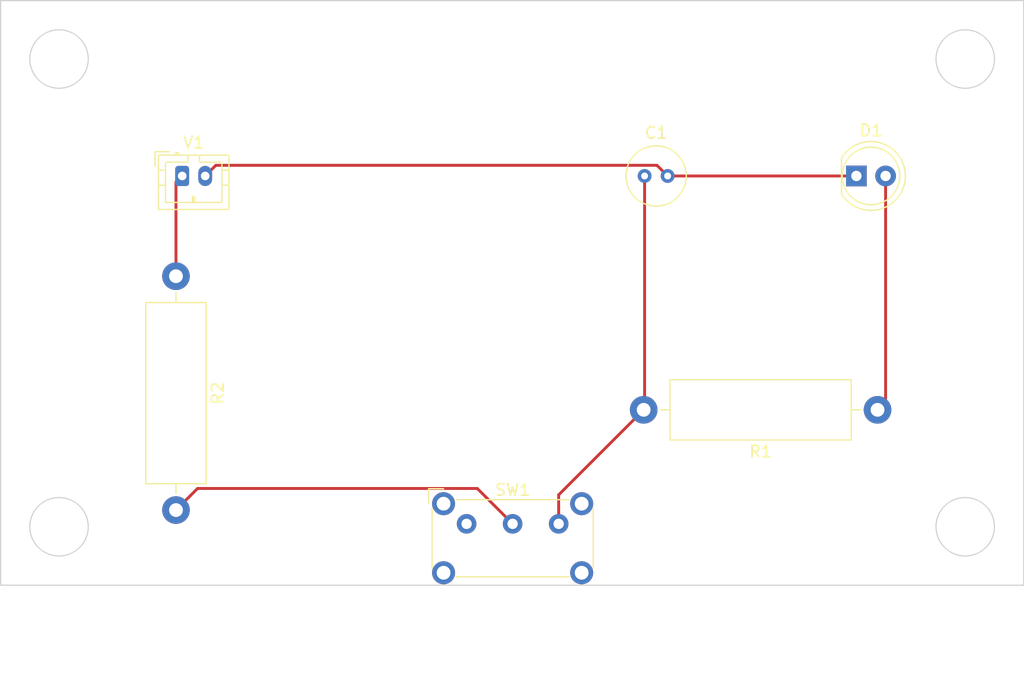
<source format=kicad_pcb>
(kicad_pcb (version 20211014) (generator pcbnew)
  (layers (0 "F.Cu" signal) (31 "B.Cu" signal) (34 "B.Paste" user) (35 "F.Paste" user) (36 "B.SilkS" user "B.Silkscreen") (37 "F.SilkS" user "F.Silkscreen") (38 "B.Mask" user) (39 "F.Mask" user) (44 "Edge.Cuts" user))
  (net 0 "")
  (net 1 "Net-(C1-Pad1)")
  (net 2 "Net-(C1-Pad2)")
  (net 3 "Net-(D1-Pad2)")
  (net 4 "Net-(R2-Pad1)")
  (net 5 "Net-(R2-Pad2)")
  (footprint "Resistor_THT:R_Axial_DIN0516_L15.5mm_D5.0mm_P20.32mm_Horizontal" (layer "F.Cu") (at 198.12 104.14 180)
    (fp_text reference "R1" (at 10.16 -3.62) (layer "F.SilkS"))
    (fp_text value "20 kΩ")
    (fp_line (start 2.29 2.62) (end 18.03 2.62) (layer "F.SilkS") (width 0.12))
    (fp_line (start 18.03 -2.62) (end 2.29 -2.62) (layer "F.SilkS") (width 0.12))
    (fp_line (start 18.88 0) (end 18.03 0) (layer "F.SilkS") (width 0.12))
    (fp_line (start 18.03 2.62) (end 18.03 -2.62) (layer "F.SilkS") (width 0.12))
    (fp_line (start 2.29 -2.62) (end 2.29 2.62) (layer "F.SilkS") (width 0.12))
    (fp_line (start 1.44 0) (end 2.29 0) (layer "F.SilkS") (width 0.12))
    (pad "1" thru_hole circle (at 0 0 180) (size 2.4 2.4) (drill 1.2) (layers *.Cu *.Mask) (net 3 "Net-(D1-Pad2)"))
    (pad "2" thru_hole oval (at 20.32 0 180) (size 2.4 2.4) (drill 1.2) (layers *.Cu *.Mask) (net 1 "Net-(C1-Pad1)"))
  )
  (footprint "Button_Switch_THT:SW_E-Switch_EG1224_SPDT_Angled" (layer "F.Cu") (at 162.4125 114.0475)
    (fp_text reference "SW1" (at 4 -2.95) (layer "F.SilkS"))
    (fp_text value "SW_SPDT")
    (fp_line (start 11 -1.35) (end 11 3.85) (layer "F.SilkS") (width 0.12))
    (fp_line (start 8.95 4.6) (end -0.95 4.6) (layer "F.SilkS") (width 0.12))
    (fp_line (start -3.3 -3.05) (end -2 -3.05) (layer "F.SilkS") (width 0.12))
    (fp_line (start -0.95 -2.1) (end 8.95 -2.1) (layer "F.SilkS") (width 0.12))
    (fp_line (start -3 3.85) (end -3 -1.35) (layer "F.SilkS") (width 0.12))
    (fp_line (start -3.3 -1.75) (end -3.3 -3.05) (layer "F.SilkS") (width 0.12))
    (pad "" thru_hole circle (at -2 -1.75) (size 2 2) (drill 1.2) (layers *.Cu *.Mask))
    (pad "" thru_hole circle (at 10 -1.75) (size 2 2) (drill 1.2) (layers *.Cu *.Mask))
    (pad "" thru_hole circle (at 10 4.25) (size 2 2) (drill 1.2) (layers *.Cu *.Mask))
    (pad "" thru_hole circle (at -2 4.25) (size 2 2) (drill 1.2) (layers *.Cu *.Mask))
    (pad "1" thru_hole circle (at 0 0) (size 1.7 1.7) (drill 0.9) (layers *.Cu *.Mask))
    (pad "2" thru_hole circle (at 4 0) (size 1.7 1.7) (drill 0.9) (layers *.Cu *.Mask) (net 5 "Net-(R2-Pad2)"))
    (pad "3" thru_hole circle (at 8 0) (size 1.7 1.7) (drill 0.9) (layers *.Cu *.Mask) (net 1 "Net-(C1-Pad1)"))
  )
  (footprint "Capacitor_THT:C_Radial_D5.0mm_H5.0mm_P2.00mm" (layer "F.Cu") (at 177.88 83.82)
    (fp_text reference "C1" (at 1 -3.75) (layer "F.SilkS"))
    (fp_text value "4.7μF")
    (fp_circle (center 1 0) (end 3.62 0) (layer "F.SilkS") (width 0.12) (fill none))
    (pad "1" thru_hole circle (at 0 0) (size 1.2 1.2) (drill 0.6) (layers *.Cu *.Mask) (net 1 "Net-(C1-Pad1)"))
    (pad "2" thru_hole circle (at 2 0) (size 1.2 1.2) (drill 0.6) (layers *.Cu *.Mask) (net 2 "Net-(C1-Pad2)"))
  )
  (footprint "Resistor_THT:R_Axial_DIN0516_L15.5mm_D5.0mm_P20.32mm_Horizontal" (layer "F.Cu") (at 137.16 92.53 -90)
    (fp_text reference "R2" (at 10.16 -3.62 90) (layer "F.SilkS"))
    (fp_text value "2.2kΩ")
    (fp_line (start 2.29 -2.62) (end 2.29 2.62) (layer "F.SilkS") (width 0.12))
    (fp_line (start 18.88 0) (end 18.03 0) (layer "F.SilkS") (width 0.12))
    (fp_line (start 18.03 -2.62) (end 2.29 -2.62) (layer "F.SilkS") (width 0.12))
    (fp_line (start 2.29 2.62) (end 18.03 2.62) (layer "F.SilkS") (width 0.12))
    (fp_line (start 18.03 2.62) (end 18.03 -2.62) (layer "F.SilkS") (width 0.12))
    (fp_line (start 1.44 0) (end 2.29 0) (layer "F.SilkS") (width 0.12))
    (pad "1" thru_hole circle (at 0 0 270) (size 2.4 2.4) (drill 1.2) (layers *.Cu *.Mask) (net 4 "Net-(R2-Pad1)"))
    (pad "2" thru_hole oval (at 20.32 0 270) (size 2.4 2.4) (drill 1.2) (layers *.Cu *.Mask) (net 5 "Net-(R2-Pad2)"))
  )
  (footprint "Connector_JST:JST_PH_B2B-PH-K_1x02_P2.00mm_Vertical" (layer "F.Cu") (at 137.7 83.82)
    (fp_text reference "V1" (at 1 -2.9) (layer "F.SilkS"))
    (fp_text value "9V")
    (fp_line (start -2.36 -2.11) (end -2.36 -0.86) (layer "F.SilkS") (width 0.12))
    (fp_line (start 0.5 -1.2) (end -1.45 -1.2) (layer "F.SilkS") (width 0.12))
    (fp_line (start -2.06 -0.5) (end -1.45 -0.5) (layer "F.SilkS") (width 0.12))
    (fp_line (start 4.06 -0.5) (end 3.45 -0.5) (layer "F.SilkS") (width 0.12))
    (fp_line (start -0.3 -1.81) (end -0.3 -2.01) (layer "F.SilkS") (width 0.12))
    (fp_line (start 0.9 2.3) (end 0.9 1.8) (layer "F.SilkS") (width 0.12))
    (fp_line (start 1 2.3) (end 1 1.8) (layer "F.SilkS") (width 0.12))
    (fp_line (start 3.45 2.3) (end 3.45 -1.2) (layer "F.SilkS") (width 0.12))
    (fp_line (start 4.06 2.91) (end 4.06 -1.81) (layer "F.SilkS") (width 0.12))
    (fp_line (start 1.5 -1.2) (end 1.5 -1.81) (layer "F.SilkS") (width 0.12))
    (fp_line (start -2.06 2.91) (end 4.06 2.91) (layer "F.SilkS") (width 0.12))
    (fp_line (start -1.45 -1.2) (end -1.45 2.3) (layer "F.SilkS") (width 0.12))
    (fp_line (start 0.9 1.8) (end 1.1 1.8) (layer "F.SilkS") (width 0.12))
    (fp_line (start -2.06 -1.81) (end -2.06 2.91) (layer "F.SilkS") (width 0.12))
    (fp_line (start 3.45 -1.2) (end 1.5 -1.2) (layer "F.SilkS") (width 0.12))
    (fp_line (start 4.06 0.8) (end 3.45 0.8) (layer "F.SilkS") (width 0.12))
    (fp_line (start 1.1 1.8) (end 1.1 2.3) (layer "F.SilkS") (width 0.12))
    (fp_line (start -1.45 2.3) (end 3.45 2.3) (layer "F.SilkS") (width 0.12))
    (fp_line (start -0.6 -2.01) (end -0.6 -1.81) (layer "F.SilkS") (width 0.12))
    (fp_line (start -2.06 0.8) (end -1.45 0.8) (layer "F.SilkS") (width 0.12))
    (fp_line (start -0.3 -1.91) (end -0.6 -1.91) (layer "F.SilkS") (width 0.12))
    (fp_line (start 4.06 -1.81) (end -2.06 -1.81) (layer "F.SilkS") (width 0.12))
    (fp_line (start 0.5 -1.81) (end 0.5 -1.2) (layer "F.SilkS") (width 0.12))
    (fp_line (start -0.3 -2.01) (end -0.6 -2.01) (layer "F.SilkS") (width 0.12))
    (fp_line (start -1.11 -2.11) (end -2.36 -2.11) (layer "F.SilkS") (width 0.12))
    (pad "1" thru_hole roundrect (at 0 0) (size 1.2 1.75) (drill 0.75) (layers *.Cu *.Mask) (roundrect_rratio 0.208333) (net 4 "Net-(R2-Pad1)"))
    (pad "2" thru_hole oval (at 2 0) (size 1.2 1.75) (drill 0.75) (layers *.Cu *.Mask) (net 2 "Net-(C1-Pad2)"))
  )
  (footprint "LED_THT:LED_D5.0mm" (layer "F.Cu") (at 196.279952 83.82)
    (fp_text reference "D1" (at 1.27 -3.96) (layer "F.SilkS"))
    (fp_text value "LED")
    (fp_line (start -1.29 -1.545) (end -1.29 1.545) (layer "F.SilkS") (width 0.12))
    (fp_arc (start 4.26 -0.000462) (mid 2.072002 2.880433) (end -1.29 1.54483) (layer "F.SilkS") (width 0.12))
    (fp_arc (start -1.29 -1.54483) (mid 2.072002 -2.880433) (end 4.26 0.000462) (layer "F.SilkS") (width 0.12))
    (fp_circle (center 1.27 0) (end 3.77 0) (layer "F.SilkS") (width 0.12) (fill none))
    (pad "1" thru_hole rect (at 0 0) (size 1.8 1.8) (drill 0.9) (layers *.Cu *.Mask) (net 2 "Net-(C1-Pad2)"))
    (pad "2" thru_hole circle (at 2.54 0) (size 1.8 1.8) (drill 0.9) (layers *.Cu *.Mask) (net 3 "Net-(D1-Pad2)"))
  )
  (gr_circle (center 127 114.3) (end 127 116.84) (layer "Edge.Cuts") (width 0.1) (fill none))
  (gr_circle (center 127 73.66) (end 127 76.2) (layer "Edge.Cuts") (width 0.1) (fill none))
  (gr_circle (center 205.74 114.3) (end 205.74 116.84) (layer "Edge.Cuts") (width 0.1) (fill none))
  (gr_rect (start 121.92 68.58) (end 210.82 119.38) (layer "Edge.Cuts") (width 0.1) (fill none))
  (gr_circle (center 205.74 73.66) (end 205.74 76.2) (layer "Edge.Cuts") (width 0.1) (fill none))
  (segment (start 177.88 83.82) (end 177.88 104.06) (width 0.25) (layer "F.Cu") (net 1))
  (segment (start 177.8 104.14) (end 170.4125 111.5275) (width 0.25) (layer "F.Cu") (net 1))
  (segment (start 170.4125 111.5275) (end 170.4125 114.0475) (width 0.25) (layer "F.Cu") (net 1))
  (segment (start 177.88 104.06) (end 177.8 104.14) (width 0.25) (layer "F.Cu") (net 1))
  (segment (start 196.279952 83.82) (end 179.88 83.82) (width 0.25) (layer "F.Cu") (net 2))
  (segment (start 139.7 83.82) (end 140.625 82.895) (width 0.25) (layer "F.Cu") (net 2))
  (segment (start 140.625 82.895) (end 178.955 82.895) (width 0.25) (layer "F.Cu") (net 2))
  (segment (start 178.955 82.895) (end 179.88 83.82) (width 0.25) (layer "F.Cu") (net 2))
  (segment (start 198.819952 103.440048) (end 198.12 104.14) (width 0.25) (layer "F.Cu") (net 3))
  (segment (start 198.819952 83.82) (end 198.819952 103.440048) (width 0.25) (layer "F.Cu") (net 3))
  (segment (start 137.7 83.82) (end 137.16 84.36) (width 0.25) (layer "F.Cu") (net 4))
  (segment (start 137.16 84.36) (end 137.16 92.53) (width 0.25) (layer "F.Cu") (net 4))
  (segment (start 163.3375 110.9725) (end 139.0375 110.9725) (width 0.25) (layer "F.Cu") (net 5))
  (segment (start 166.4125 114.0475) (end 163.3375 110.9725) (width 0.25) (layer "F.Cu") (net 5))
  (segment (start 139.0375 110.9725) (end 137.16 112.85) (width 0.25) (layer "F.Cu") (net 5))
)
</source>
